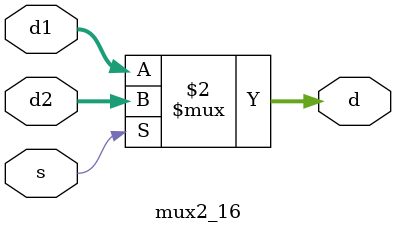
<source format=v>
/******************************************************************/
module mux8_32(
	input [31:0] data1,
	input [31:0] data2,
	input [31:0] data3,
	input [31:0] data4,
	input [31:0] data5,
	input [31:0] data6,
	input [31:0] data7,
	input [31:0] data8,
	input [2:0] s,
	output reg [31:0] data
	);

always @(*) 
begin
	case(s)
	3'b000: data <= data1;
	3'b001: data <= data2;
	3'b010: data <= data3;
	3'b011: data <= data4;
	3'b100: data <= data5;
	3'b101: data <= data6;
	3'b110: data <= data7;
	3'b111: data <= data8;
	endcase
end

endmodule

/******************************************************************/

 module sevencoder(
	input [3:0] N,
	output reg [6:0] C
	); 

always @(*) 
	case(N)
	 4'b0000 : begin C = 7'b1000000; end //0
	 4'b0001 : begin C = 7'b1111001; end //1
	 4'b0010 : begin C = 7'b0100100; end //2
	 4'b0011 : begin C = 7'b0110000; end //3
	 4'b0100 : begin C = 7'b0011001; end //4
	 4'b0101 : begin C = 7'b0010010; end //5
	 4'b0110 : begin C = 7'b0000010; end //6
	 4'b0111 : begin C = 7'b1111000; end //7
	 4'b1000 : begin C = 7'b0000000; end //8
	 4'b1001 : begin C = 7'b0011000; end //9
	 4'b1010 : begin C = 7'b0001000; end //a
	 4'b1011 : begin C = 7'b0000011; end //b
	 4'b1100 : begin C = 7'b1000110; end //c
	 4'b1101 : begin C = 7'b0100001; end //d
	 4'b1110 : begin C = 7'b0000110; end //e
	 4'b1111 : begin C = 7'b0001110; end //f
	 default : begin C = 7'b0111111; end //- 

	endcase
		
endmodule


/******************************************************************/

module digit_show(
	input clk,
	input [31:0] data,
	output [7:0] A,
	output [6:0] CA
	);

//wire clkn;
//wire clkm;
reg [3:0] number_show;

parameter EN1 = 8'b11111110,
          EN2 = 8'b11111101,
          EN3 = 8'b11111011,
          EN4 = 8'b11110111,
          EN5 = 8'b11101111,
          EN6 = 8'b11011111,
          EN7 = 8'b10111111,
          EN8 = 8'b01111111;

reg [2:0] Count;
wire [3:0] number_out;
reg [7:0] en;

initial
begin
Count = 0;
end


always @(posedge clk) 
begin
	Count <= Count + 1;
end

always @(*) 
begin
    case(Count)
    3'b000:
    begin
    	number_show <= data[3:0];
    	en <= EN1;
    end
    3'b001:
    begin
    	number_show <= data[7:4];
    	en <= EN2;
    end
    3'b010:
    begin
    	number_show <= data[11:8];
    	en <= EN3;
    end
    3'b011:
    begin
    	number_show <= data[15:12];
    	en <= EN4;
    end
    3'b100:
    begin
    	number_show <= data[19:16];
    	en <= EN5;
    end
    3'b101:
    begin
    	number_show <= data[23:20];
    	en <= EN6;
    end
    3'b110:
    begin
    	number_show <= data[27:24];
    	en <= EN7;
    end
    3'b111:
    begin
    	number_show <= data[31:28];
    	en <= EN8;
    end
    endcase
end


assign number_out = number_show ;
assign A = en;

sevencoder showcode(number_out, CA);


endmodule


/******************************************************************/

module cache_show(
	input clock,
	output [1:0] s
	);

reg [1:0] count;

initial
begin
	count = 0;
end

always @(posedge clock) 
begin
	count <= count + 1;
end

assign s = count;

endmodule

/******************************************************************/
module decoder(
	input clk, 
	input showors,
	input [7:0] sel,
	output [7:0] add_mem,
	output [4:0] add_r
	);

reg [7:0] addm;
reg [4:0] addr;
reg [7:0] count;

initial count = 0;

always @(posedge clk) 
begin
	if (showors) 
	count = count + 1;
	else 
	count = 0;
end

always @(*)
begin
	if(showors)
	begin addm = count; addr = count[4:0]; end
	else  
	begin addm = sel; addr = sel[4:0]; end
end

assign add_mem = addm;
assign add_r = addr;

endmodule


/******************************************************************/

//module memory select 
//put add_mem[6:2] into the read address of  memory 

module led_s(
	input [2:0] s,
	input [15:0] sign,
	input [4:0] regadd,
	input [7:0] memadd,
	input [1:0] a,
	input flag,
	output [15:0] led );

reg [15:0] temp;

parameter cache = 3'b100,
          register = 3'b101,
          memory = 3'b110;

always @(*) 
begin
	if (s == cache)  temp = {13'b0,flag, a};
	else if (s == register)  temp = {11'b0, regadd};
	else if (s == memory)  temp = {8'b0, memadd};
	else temp = sign;
end

assign led = temp;

endmodule


/******************************************************************/


module show(
	input clk_r,
	input clk_s,
	input [15:0] sign_one, //two different sign
	input [15:0] sign_two,
	input [31:0] instr, clkinfo, memdata, regdata, pcinfo, stateinfo, cachedata,cause,
	input cache_dirty,
	input [15:0] sw,
	output [7:0] mem_add,
	output [1:0] cache_rtg, //the tag of the cache 
	output [1:0] cache_rs,
	output [4:0] reg_add,
	output [15:0] led,
	output [7:0] En,
	output [6:0] CA
	);

wire [31:0] data;
wire [15:0] sign;

mux8_32 datashow_mux(pcinfo, instr, clkinfo, stateinfo, cachedata, regdata, memdata,cause,sw[15:13], data);
decoder add_decoder(clk_s, sw[4], sw[12:5], mem_add, reg_add);
digit_show seven_show(clk_r, data, En, CA);
cache_show c_show(clk_s,cache_rs);
mux2_16 sign_mux(sign_one, sign_two, sw[1], sign);
led_s led_show(sw[15:13], sign, reg_add, mem_add, sw[3:2], cache_dirty, led);
assign cache_rtg = sw[3:2];

endmodule

/******************************************************************/
module mux2_16(
   input [15:0] d1,
   input [15:0] d2,
   input s,
   output [15:0] d
);
assign d = s == 0 ? d1 : d2;
endmodule
</source>
